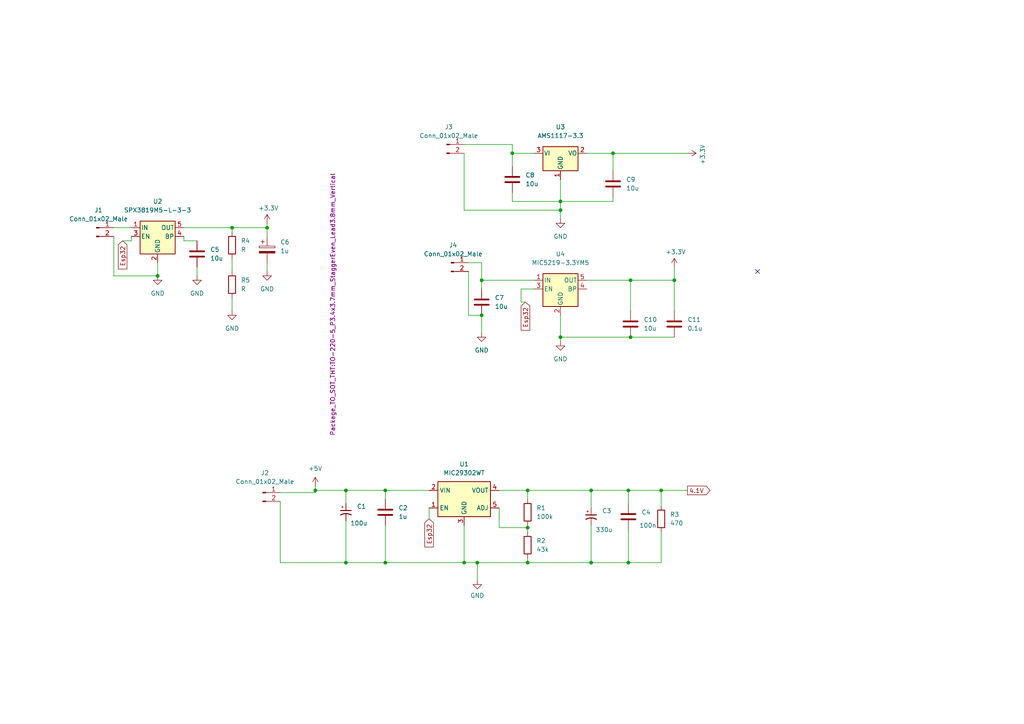
<source format=kicad_sch>
(kicad_sch (version 20211123) (generator eeschema)
  (paper "A4")
  (lib_symbols
    (symbol "Conn_01x02_Male_1" (pin_names (offset 1.016) hide)
      (property "Reference" "J" (at 0 2.54 0))
      (property "Value" "Conn_01x02_Male_1" (at 0 -5.08 0))
      (symbol "Conn_01x02_Male_1_1_1"
        (polyline (pts (xy 1.27 -2.54) (xy 0.8636 -2.54)) (stroke (width 0.1524)))
        (polyline (pts (xy 1.27 0) (xy 0.8636 0)) (stroke (width 0.1524)))
        (rectangle (start 0.8636 -2.413) (end 0 -2.667) (stroke (width 0.1524)) (fill (type outline)))
        (rectangle (start 0.8636 0.127) (end 0 -0.127) (stroke (width 0.1524)) (fill (type outline)))
        (pin passive line (at 5.08 0 180) (length 3.81) (name "Pin_1") (number "1"))
        (pin passive line (at 5.08 -2.54 180) (length 3.81) (name "Pin_2") (number "2"))
      )
    )
    (symbol "Connector:Conn_01x02_Male" (pin_names (offset 1.016) hide)
      (property "Reference" "J?" (at 0.635 5.715 0))
      (property "Value" "Conn_01x02_Male" (at 0.635 3.175 0))
      (symbol "Conn_01x02_Male_1_1"
        (polyline (pts (xy 1.27 -2.54) (xy 0.8636 -2.54)) (stroke (width 0.1524)))
        (polyline (pts (xy 1.27 0) (xy 0.8636 0)) (stroke (width 0.1524)))
        (rectangle (start 0.8636 -2.413) (end 0 -2.667) (stroke (width 0.1524)) (fill (type outline)))
        (rectangle (start 0.8636 0.127) (end 0 -0.127) (stroke (width 0.1524)) (fill (type outline)))
        (pin power_in line (at 5.08 0 180) (length 3.81) (name "Pin_1") (number "1"))
        (pin passive line (at 5.08 -2.54 180) (length 3.81) (name "Pin_2") (number "2"))
      )
    )
    (symbol "Device:C" (pin_numbers hide) (pin_names (offset 0.254))
      (property "Reference" "C" (at 0.635 2.54 0))
      (property "Value" "C" (at 0.635 -2.54 0))
      (symbol "C_0_1"
        (polyline (pts (xy -2.032 -0.762) (xy 2.032 -0.762)) (stroke (width 0.508)))
        (polyline (pts (xy -2.032 0.762) (xy 2.032 0.762)) (stroke (width 0.508)))
      )
      (symbol "C_1_1"
        (pin passive line (at 0 3.81 270) (length 2.794) (name "~") (number "1"))
        (pin passive line (at 0 -3.81 90) (length 2.794) (name "~") (number "2"))
      )
    )
    (symbol "Device:C_Polarized" (pin_numbers hide) (pin_names (offset 0.254))
      (property "Reference" "C" (at 0.635 2.54 0))
      (property "Value" "C_Polarized" (at 0.635 -2.54 0))
      (symbol "C_Polarized_0_1"
        (rectangle (start -2.286 0.508) (end 2.286 1.016))
        (polyline (pts (xy -1.778 2.286) (xy -0.762 2.286)))
        (polyline (pts (xy -1.27 2.794) (xy -1.27 1.778)))
        (rectangle (start 2.286 -0.508) (end -2.286 -1.016) (fill (type outline)))
      )
      (symbol "C_Polarized_1_1"
        (pin passive line (at 0 3.81 270) (length 2.794) (name "~") (number "1"))
        (pin passive line (at 0 -3.81 90) (length 2.794) (name "~") (number "2"))
      )
    )
    (symbol "Device:C_Polarized_Small_US" (pin_numbers hide) (pin_names (offset 0.254) hide)
      (property "Reference" "C" (at 0.254 1.778 0))
      (property "Value" "C_Polarized_Small_US" (at 0.254 -2.032 0))
      (symbol "C_Polarized_Small_US_0_1"
        (polyline (pts (xy -1.524 0.508) (xy 1.524 0.508)) (stroke (width 0.3048)))
        (polyline (pts (xy -1.27 1.524) (xy -0.762 1.524)))
        (polyline (pts (xy -1.016 1.27) (xy -1.016 1.778)))
        (arc (start 1.524 -0.762) (mid 0 -0.3734) (end -1.524 -0.762) (stroke (width 0.3048)))
      )
      (symbol "C_Polarized_Small_US_1_1"
        (pin passive line (at 0 2.54 270) (length 2.032) (name "~") (number "1"))
        (pin passive line (at 0 -2.54 90) (length 2.032) (name "~") (number "2"))
      )
    )
    (symbol "Device:R" (pin_numbers hide) (pin_names (offset 0))
      (property "Reference" "R" (at 2.032 0 90))
      (property "Value" "R" (at 0 0 90))
      (symbol "R_0_1"
        (rectangle (start -1.016 -2.54) (end 1.016 2.54) (stroke (width 0.254)))
      )
      (symbol "R_1_1"
        (pin passive line (at 0 3.81 270) (length 1.27) (name "~") (number "1"))
        (pin passive line (at 0 -3.81 90) (length 1.27) (name "~") (number "2"))
      )
    )
    (symbol "Regulator_Linear:AMS1117-3.3" (pin_names (offset 0.254))
      (property "Reference" "U" (at -3.81 3.175 0))
      (property "Value" "AMS1117-3.3" (at 0 3.175 0))
      (symbol "AMS1117-3.3_0_1"
        (rectangle (start -5.08 -5.08) (end 5.08 1.905) (stroke (width 0.254)) (fill (type background)))
      )
      (symbol "AMS1117-3.3_1_1"
        (pin power_in line (at 0 -7.62 90) (length 2.54) (name "GND") (number "1"))
        (pin power_out line (at 7.62 0 180) (length 2.54) (name "VO") (number "2"))
        (pin power_in line (at -7.62 0 0) (length 2.54) (name "VI") (number "3"))
      )
    )
    (symbol "Regulator_Linear:MIC29302WT"
      (property "Reference" "U" (at -6.35 6.35 0))
      (property "Value" "MIC29302WT" (at 2.54 6.35 0))
      (symbol "MIC29302WT_1_1"
        (rectangle (start -7.62 5.08) (end 7.62 -5.08) (stroke (width 0.254)) (fill (type background)))
        (pin input line (at -10.16 -2.54 0) (length 2.54) (name "EN") (number "1"))
        (pin power_in line (at -10.16 2.54 0) (length 2.54) (name "VIN") (number "2"))
        (pin power_in line (at 0 -7.62 90) (length 2.54) (name "GND") (number "3"))
        (pin power_out line (at 10.16 2.54 180) (length 2.54) (name "VOUT") (number "4"))
        (pin input line (at 10.16 -2.54 180) (length 2.54) (name "ADJ") (number "5"))
      )
    )
    (symbol "Regulator_Linear:MIC5219-3.3YM5" (pin_names (offset 0.254))
      (property "Reference" "U" (at -3.81 5.715 0))
      (property "Value" "MIC5219-3.3YM5" (at 0 5.715 0))
      (symbol "MIC5219-3.3YM5_0_1"
        (rectangle (start -5.08 4.445) (end 5.08 -5.08) (stroke (width 0.254)) (fill (type background)))
      )
      (symbol "MIC5219-3.3YM5_1_1"
        (pin power_in line (at -7.62 2.54 0) (length 2.54) (name "IN") (number "1"))
        (pin power_in line (at 0 -7.62 90) (length 2.54) (name "GND") (number "2"))
        (pin input line (at -7.62 0 0) (length 2.54) (name "EN") (number "3"))
        (pin input line (at 7.62 0 180) (length 2.54) (name "BP") (number "4"))
        (pin power_out line (at 7.62 2.54 180) (length 2.54) (name "OUT") (number "5"))
      )
    )
    (symbol "Regulator_Linear:SPX3819M5-L-3-3" (pin_names (offset 0.254))
      (property "Reference" "U" (at -3.81 5.715 0))
      (property "Value" "SPX3819M5-L-3-3" (at 0 5.715 0))
      (symbol "SPX3819M5-L-3-3_0_1"
        (rectangle (start -5.08 4.445) (end 5.08 -5.08) (stroke (width 0.254)) (fill (type background)))
      )
      (symbol "SPX3819M5-L-3-3_1_1"
        (pin power_in line (at -7.62 2.54 0) (length 2.54) (name "IN") (number "1"))
        (pin power_in line (at 0 -7.62 90) (length 2.54) (name "GND") (number "2"))
        (pin input line (at -7.62 0 0) (length 2.54) (name "EN") (number "3"))
        (pin input line (at 7.62 0 180) (length 2.54) (name "BP") (number "4"))
        (pin power_out line (at 7.62 2.54 180) (length 2.54) (name "OUT") (number "5"))
      )
    )
    (symbol "power:+3.3V" (power) (pin_names (offset 0))
      (property "Value" "+3.3V" (at 0 3.556 0))
      (symbol "+3.3V_0_1"
        (polyline (pts (xy -0.762 1.27) (xy 0 2.54)))
        (polyline (pts (xy 0 0) (xy 0 2.54)))
        (polyline (pts (xy 0 2.54) (xy 0.762 1.27)))
      )
      (symbol "+3.3V_1_1"
        (pin power_in line (at 0 0 90) (length 0) hide (name "+3.3V") (number "1"))
      )
    )
    (symbol "power:+5V" (power) (pin_names (offset 0))
      (property "Value" "+5V" (at 0 3.556 0))
      (symbol "+5V_0_1"
        (polyline (pts (xy -0.762 1.27) (xy 0 2.54)))
        (polyline (pts (xy 0 0) (xy 0 2.54)))
        (polyline (pts (xy 0 2.54) (xy 0.762 1.27)))
      )
      (symbol "+5V_1_1"
        (pin power_in line (at 0 0 90) (length 0) hide (name "+5V") (number "1"))
      )
    )
    (symbol "power:GND" (power) (pin_names (offset 0))
      (property "Value" "GND" (at 0 -3.81 0))
      (symbol "GND_0_1"
        (polyline (pts (xy 0 0) (xy 0 -1.27) (xy 1.27 -1.27) (xy 0 -2.54) (xy -1.27 -1.27) (xy 0 -1.27)))
      )
      (symbol "GND_1_1"
        (pin power_in line (at 0 0 270) (length 0) hide (name "GND") (number "1"))
      )
    )
  )
  (junction (at 153.035 142.24))
  (junction (at 195.58 81.28))
  (junction (at 138.43 163.195))
  (junction (at 139.7 91.44))
  (junction (at 91.44 142.24))
  (junction (at 191.77 142.24))
  (junction (at 111.76 142.24))
  (junction (at 153.035 153.035))
  (junction (at 182.88 97.79))
  (junction (at 182.245 142.24))
  (junction (at 177.8 44.45))
  (junction (at 171.45 142.24))
  (junction (at 162.56 97.79))
  (junction (at 111.76 163.195))
  (junction (at 100.33 163.195))
  (junction (at 77.47 66.04))
  (junction (at 148.59 44.45))
  (junction (at 182.88 81.28))
  (junction (at 171.45 163.195))
  (junction (at 67.31 66.04))
  (junction (at 162.56 58.42))
  (junction (at 134.62 163.195))
  (junction (at 45.72 80.01))
  (junction (at 139.7 81.28))
  (junction (at 182.245 163.195))
  (junction (at 153.035 163.195))
  (junction (at 100.33 142.24))
  (junction (at 162.56 60.96))
  (no_connect (at 219.71 78.74))
  (wire (pts (xy 195.58 90.17) (xy 195.58 81.28)))
  (wire (pts (xy 138.43 163.195) (xy 138.43 168.275)))
  (wire (pts (xy 154.94 83.82) (xy 151.13 83.82)))
  (wire (pts (xy 162.56 60.96) (xy 162.56 63.5)))
  (wire (pts (xy 67.31 86.36) (xy 67.31 90.17)))
  (wire (pts (xy 134.62 44.45) (xy 134.62 60.96)))
  (wire (pts (xy 182.245 142.24) (xy 191.77 142.24)))
  (wire (pts (xy 139.7 81.28) (xy 139.7 83.82)))
  (wire (pts (xy 171.45 142.24) (xy 182.245 142.24)))
  (wire (pts (xy 100.33 142.24) (xy 100.33 146.05)))
  (wire (pts (xy 153.035 163.195) (xy 171.45 163.195)))
  (wire (pts (xy 111.76 152.4) (xy 111.76 163.195)))
  (wire (pts (xy 182.88 97.79) (xy 195.58 97.79)))
  (wire (pts (xy 91.44 140.97) (xy 91.44 142.24)))
  (wire (pts (xy 148.59 48.26) (xy 148.59 44.45)))
  (wire (pts (xy 177.8 49.53) (xy 177.8 44.45)))
  (wire (pts (xy 135.89 76.2) (xy 139.7 76.2)))
  (wire (pts (xy 135.89 91.44) (xy 139.7 91.44)))
  (wire (pts (xy 153.035 161.925) (xy 153.035 163.195)))
  (wire (pts (xy 77.47 66.04) (xy 77.47 68.58)))
  (wire (pts (xy 111.76 142.24) (xy 111.76 144.78)))
  (wire (pts (xy 57.15 69.85) (xy 53.34 69.85)))
  (wire (pts (xy 153.035 152.4) (xy 153.035 153.035)))
  (wire (pts (xy 35.56 69.85) (xy 38.1 69.85)))
  (wire (pts (xy 162.56 58.42) (xy 177.8 58.42)))
  (wire (pts (xy 191.77 142.24) (xy 191.77 146.685)))
  (wire (pts (xy 134.62 152.4) (xy 134.62 163.195)))
  (wire (pts (xy 124.46 142.24) (xy 111.76 142.24)))
  (wire (pts (xy 153.035 142.24) (xy 171.45 142.24)))
  (wire (pts (xy 153.035 153.035) (xy 153.035 154.305)))
  (wire (pts (xy 182.245 163.195) (xy 191.77 163.195)))
  (wire (pts (xy 151.13 87.63) (xy 152.4 87.63)))
  (wire (pts (xy 134.62 163.195) (xy 138.43 163.195)))
  (wire (pts (xy 57.15 77.47) (xy 57.15 80.01)))
  (wire (pts (xy 139.7 76.2) (xy 139.7 81.28)))
  (wire (pts (xy 162.56 58.42) (xy 148.59 58.42)))
  (wire (pts (xy 153.035 142.24) (xy 153.035 144.78)))
  (wire (pts (xy 134.62 41.91) (xy 148.59 41.91)))
  (wire (pts (xy 81.28 142.875) (xy 91.44 142.875)))
  (wire (pts (xy 191.77 142.24) (xy 199.39 142.24)))
  (wire (pts (xy 151.13 83.82) (xy 151.13 87.63)))
  (wire (pts (xy 134.62 60.96) (xy 162.56 60.96)))
  (wire (pts (xy 53.34 66.04) (xy 67.31 66.04)))
  (wire (pts (xy 162.56 97.79) (xy 162.56 99.06)))
  (wire (pts (xy 45.72 76.2) (xy 45.72 80.01)))
  (wire (pts (xy 182.245 153.67) (xy 182.245 163.195)))
  (wire (pts (xy 100.33 151.13) (xy 100.33 163.195)))
  (wire (pts (xy 162.56 91.44) (xy 162.56 97.79)))
  (wire (pts (xy 182.88 90.17) (xy 182.88 81.28)))
  (wire (pts (xy 138.43 163.195) (xy 153.035 163.195)))
  (wire (pts (xy 162.56 97.79) (xy 182.88 97.79)))
  (wire (pts (xy 100.33 163.195) (xy 111.76 163.195)))
  (wire (pts (xy 191.77 154.305) (xy 191.77 163.195)))
  (wire (pts (xy 139.7 91.44) (xy 139.7 96.52)))
  (wire (pts (xy 171.45 163.195) (xy 182.245 163.195)))
  (wire (pts (xy 148.59 44.45) (xy 154.94 44.45)))
  (wire (pts (xy 195.58 81.28) (xy 182.88 81.28)))
  (wire (pts (xy 148.59 58.42) (xy 148.59 55.88)))
  (wire (pts (xy 144.78 153.035) (xy 144.78 147.32)))
  (wire (pts (xy 77.47 76.2) (xy 77.47 78.74)))
  (wire (pts (xy 171.45 152.4) (xy 171.45 163.195)))
  (wire (pts (xy 144.78 142.24) (xy 153.035 142.24)))
  (wire (pts (xy 162.56 60.96) (xy 162.56 58.42)))
  (wire (pts (xy 177.8 44.45) (xy 170.18 44.45)))
  (wire (pts (xy 153.035 153.035) (xy 144.78 153.035)))
  (wire (pts (xy 33.02 80.01) (xy 45.72 80.01)))
  (wire (pts (xy 91.44 142.875) (xy 91.44 142.24)))
  (wire (pts (xy 177.8 57.15) (xy 177.8 58.42)))
  (wire (pts (xy 77.47 64.77) (xy 77.47 66.04)))
  (wire (pts (xy 33.02 66.04) (xy 38.1 66.04)))
  (wire (pts (xy 182.88 81.28) (xy 170.18 81.28)))
  (wire (pts (xy 67.31 66.04) (xy 67.31 67.31)))
  (wire (pts (xy 100.33 142.24) (xy 91.44 142.24)))
  (wire (pts (xy 77.47 66.04) (xy 67.31 66.04)))
  (wire (pts (xy 139.7 81.28) (xy 154.94 81.28)))
  (wire (pts (xy 195.58 77.47) (xy 195.58 81.28)))
  (wire (pts (xy 124.46 150.495) (xy 124.46 147.32)))
  (wire (pts (xy 67.31 74.93) (xy 67.31 78.74)))
  (wire (pts (xy 81.28 163.195) (xy 100.33 163.195)))
  (wire (pts (xy 33.02 68.58) (xy 33.02 80.01)))
  (wire (pts (xy 111.76 142.24) (xy 100.33 142.24)))
  (wire (pts (xy 148.59 41.91) (xy 148.59 44.45)))
  (wire (pts (xy 177.8 44.45) (xy 199.39 44.45)))
  (wire (pts (xy 171.45 142.24) (xy 171.45 147.32)))
  (wire (pts (xy 111.76 163.195) (xy 134.62 163.195)))
  (wire (pts (xy 53.34 69.85) (xy 53.34 68.58)))
  (wire (pts (xy 81.28 145.415) (xy 81.28 163.195)))
  (wire (pts (xy 162.56 52.07) (xy 162.56 58.42)))
  (wire (pts (xy 135.89 78.74) (xy 135.89 91.44)))
  (wire (pts (xy 38.1 69.85) (xy 38.1 68.58)))
  (wire (pts (xy 182.245 142.24) (xy 182.245 146.05)))
  (global_label "Esp32" (shape input) (at 35.56 69.85 270) (property "Intersheet References" "${INTERSHEET_REFS}" (effects hide)))
  (global_label "4.1V" (shape output) (at 199.39 142.24 0) (property "Intersheet References" "${INTERSHEET_REFS}" (effects hide)))
  (global_label "Esp32" (shape input) (at 152.4 87.63 270) (property "Intersheet References" "${INTERSHEET_REFS}" (effects hide)))
  (global_label "Esp32" (shape input) (at 124.46 150.495 270) (property "Intersheet References" "${INTERSHEET_REFS}" (effects hide)))
  (symbol (lib_id "power:GND") (at 138.43 168.275 0) (unit 1)
    (property "Reference" "#PWR02" (effects hide))
    (property "Value" "GND" (at 138.43 172.72 0))
  )
  (symbol (lib_name "Conn_01x02_Male_1") (lib_id "Connector:Conn_01x02_Male") (at 129.54 41.91 0) (unit 1)
    (property "Reference" "J3" (at 130.175 36.83 0))
    (property "Value" "Conn_01x02_Male" (at 130.175 39.37 0))
  )
  (symbol (lib_id "power:GND") (at 162.56 63.5 0) (unit 1)
    (property "Reference" "#PWR09" (effects hide))
    (property "Value" "GND" (at 162.56 68.58 0))
  )
  (symbol (lib_id "Device:C") (at 139.7 87.63 0) (unit 1)
    (property "Reference" "C7" (at 143.51 86.3599 0) (effects (justify left)))
    (property "Value" "10u" (at 143.51 88.8999 0) (effects (justify left)))
  )
  (symbol (lib_id "power:GND") (at 67.31 90.17 0) (unit 1)
    (property "Reference" "#PWR05" (effects hide))
    (property "Value" "GND" (at 67.31 95.25 0))
  )
  (symbol (lib_name "Conn_01x02_Male_1") (lib_id "Connector:Conn_01x02_Male") (at 27.94 66.04 0) (unit 1)
    (property "Reference" "J1" (at 28.575 60.96 0))
    (property "Value" "Conn_01x02_Male" (at 28.575 63.5 0))
  )
  (symbol (lib_id "Regulator_Linear:MIC29302WT") (at 134.62 144.78 0) (unit 1)
    (property "Reference" "U1" (at 134.62 134.62 0))
    (property "Value" "MIC29302WT" (at 134.62 137.16 0))
    (property "Footprint" "Package_TO_SOT_THT:TO-220-5_P3.4x3.7mm_StaggerEven_Lead3.8mm_Vertical" (at 96.52 126.365 90) (effects (justify left)))
    (property "Datasheet" "http://ww1.microchip.com/downloads/en/devicedoc/20005685a.pdf" (effects hide))
  )
  (symbol (lib_id "power:GND") (at 139.7 96.52 0) (unit 1)
    (property "Reference" "#PWR08" (effects hide))
    (property "Value" "GND" (at 139.7 101.6 0))
  )
  (symbol (lib_id "power:GND") (at 57.15 80.01 0) (unit 1)
    (property "Reference" "#PWR04" (effects hide))
    (property "Value" "GND" (at 57.15 85.09 0))
  )
  (symbol (lib_name "Conn_01x02_Male_1") (lib_id "Connector:Conn_01x02_Male") (at 130.81 76.2 0) (unit 1)
    (property "Reference" "J4" (at 131.445 71.12 0))
    (property "Value" "Conn_01x02_Male" (at 131.445 73.66 0))
  )
  (symbol (lib_id "power:+3.3V") (at 199.39 44.45 270) (unit 1)
    (property "Reference" "#PWR012" (effects hide))
    (property "Value" "+3.3V" (at 203.7842 44.831 0))
  )
  (symbol (lib_id "Device:C") (at 177.8 53.34 0) (unit 1)
    (property "Reference" "C9" (at 181.61 52.0699 0) (effects (justify left)))
    (property "Value" "10u" (at 181.61 54.6099 0) (effects (justify left)))
  )
  (symbol (lib_id "Device:C") (at 182.245 149.86 0) (unit 1)
    (property "Reference" "C4" (at 186.055 148.5899 0) (effects (justify left)))
    (property "Value" "100n" (at 185.42 152.4 0) (effects (justify left)))
  )
  (symbol (lib_id "power:GND") (at 162.56 99.06 0) (unit 1)
    (property "Reference" "#PWR010" (effects hide))
    (property "Value" "GND" (at 162.56 104.14 0))
  )
  (symbol (lib_id "Device:C") (at 195.58 93.98 0) (unit 1)
    (property "Reference" "C11" (at 199.39 92.7099 0) (effects (justify left)))
    (property "Value" "0.1u" (at 199.39 95.2499 0) (effects (justify left)))
  )
  (symbol (lib_id "Device:C") (at 111.76 148.59 0) (unit 1)
    (property "Reference" "C2" (at 115.57 147.3199 0) (effects (justify left)))
    (property "Value" "1u" (at 115.57 149.8599 0) (effects (justify left)))
    (property "Footprint" "Capacitor_SMD:C_0603_1608Metric_Pad1.08x0.95mm_HandSolder" (effects hide))
  )
  (symbol (lib_id "Device:R") (at 153.035 148.59 0) (unit 1)
    (property "Reference" "R1" (at 155.575 147.3199 0) (effects (justify left)))
    (property "Value" "100k" (at 155.575 149.8599 0) (effects (justify left)))
  )
  (symbol (lib_id "Device:R") (at 191.77 150.495 0) (unit 1)
    (property "Reference" "R3" (at 194.31 149.2249 0) (effects (justify left)))
    (property "Value" "470" (at 194.31 151.7649 0) (effects (justify left)))
  )
  (symbol (lib_id "Device:R") (at 67.31 71.12 0) (unit 1)
    (property "Reference" "R4" (at 69.85 69.8499 0) (effects (justify left)))
    (property "Value" "R" (at 69.85 72.3899 0) (effects (justify left)))
  )
  (symbol (lib_id "power:GND") (at 77.47 78.74 0) (unit 1)
    (property "Reference" "#PWR07" (effects hide))
    (property "Value" "GND" (at 77.47 83.82 0))
  )
  (symbol (lib_id "power:+3.3V") (at 77.47 64.77 0) (unit 1)
    (property "Reference" "#PWR06" (effects hide))
    (property "Value" "+3.3V" (at 77.851 60.3758 0))
  )
  (symbol (lib_id "Device:R") (at 67.31 82.55 0) (unit 1)
    (property "Reference" "R5" (at 69.85 81.2799 0) (effects (justify left)))
    (property "Value" "R" (at 69.85 83.8199 0) (effects (justify left)))
  )
  (symbol (lib_id "power:GND") (at 45.72 80.01 0) (unit 1)
    (property "Reference" "#PWR03" (effects hide))
    (property "Value" "GND" (at 45.72 85.09 0))
  )
  (symbol (lib_id "Device:C") (at 148.59 52.07 0) (unit 1)
    (property "Reference" "C8" (at 152.4 50.7999 0) (effects (justify left)))
    (property "Value" "10u" (at 152.4 53.3399 0) (effects (justify left)))
  )
  (symbol (lib_id "Device:R") (at 153.035 158.115 0) (unit 1)
    (property "Reference" "R2" (at 155.575 156.8449 0) (effects (justify left)))
    (property "Value" "43k" (at 155.575 159.3849 0) (effects (justify left)))
  )
  (symbol (lib_id "Device:C_Polarized_Small_US") (at 171.45 149.86 0) (unit 1)
    (property "Reference" "C3" (at 174.625 148.1581 0) (effects (justify left)))
    (property "Value" "330u" (at 172.72 153.67 0) (effects (justify left)))
  )
  (symbol (lib_id "Regulator_Linear:SPX3819M5-L-3-3") (at 45.72 68.58 0) (unit 1)
    (property "Reference" "U2" (at 45.72 58.42 0))
    (property "Value" "SPX3819M5-L-3-3" (at 45.72 60.96 0))
    (property "Footprint" "Package_TO_SOT_SMD:SOT-23-5" (effects hide))
    (property "Datasheet" "https://www.exar.com/content/document.ashx?id=22106&languageid=1033&type=Datasheet&partnumber=SPX3819&filename=SPX3819.pdf&part=SPX3819" (effects hide))
  )
  (symbol (lib_id "Regulator_Linear:AMS1117-3.3") (at 162.56 44.45 0) (unit 1)
    (property "Reference" "U3" (at 162.56 36.83 0))
    (property "Value" "AMS1117-3.3" (at 162.56 39.37 0))
    (property "Footprint" "Package_TO_SOT_SMD:SOT-223-3_TabPin2" (effects hide))
    (property "Datasheet" "http://www.advanced-monolithic.com/pdf/ds1117.pdf" (effects hide))
  )
  (symbol (lib_id "Device:C") (at 57.15 73.66 0) (unit 1)
    (property "Reference" "C5" (at 60.96 72.3899 0) (effects (justify left)))
    (property "Value" "10u" (at 60.96 74.9299 0) (effects (justify left)))
  )
  (symbol (lib_id "Regulator_Linear:MIC5219-3.3YM5") (at 162.56 83.82 0) (unit 1)
    (property "Reference" "U4" (at 162.56 73.66 0))
    (property "Value" "MIC5219-3.3YM5" (at 162.56 76.2 0))
    (property "Footprint" "Package_TO_SOT_SMD:SOT-23-5" (effects hide))
    (property "Datasheet" "http://ww1.microchip.com/downloads/en/DeviceDoc/MIC5219-500mA-Peak-Output-LDO-Regulator-DS20006021A.pdf" (effects hide))
  )
  (symbol (lib_id "Device:C_Polarized_Small_US") (at 100.33 148.59 0) (unit 1)
    (property "Reference" "C1" (at 103.505 146.8881 0) (effects (justify left)))
    (property "Value" "100u" (at 101.6 151.765 0) (effects (justify left)))
  )
  (symbol (lib_id "Connector:Conn_01x02_Male") (at 76.2 142.875 0) (unit 1)
    (property "Reference" "J2" (at 76.835 137.16 0))
    (property "Value" "Conn_01x02_Male" (at 76.835 139.7 0))
  )
  (symbol (lib_id "Device:C") (at 182.88 93.98 0) (unit 1)
    (property "Reference" "C10" (at 186.69 92.7099 0) (effects (justify left)))
    (property "Value" "10u" (at 186.69 95.2499 0) (effects (justify left)))
  )
  (symbol (lib_id "Device:C_Polarized") (at 77.47 72.39 0) (unit 1)
    (property "Reference" "C6" (at 81.28 70.2309 0) (effects (justify left)))
    (property "Value" "1u" (at 81.28 72.7709 0) (effects (justify left)))
  )
  (symbol (lib_id "power:+3.3V") (at 195.58 77.47 0) (unit 1)
    (property "Reference" "#PWR011" (effects hide))
    (property "Value" "+3.3V" (at 195.961 73.0758 0))
  )
  (symbol (lib_id "power:+5V") (at 91.44 140.97 0) (unit 1)
    (property "Reference" "#PWR01" (effects hide))
    (property "Value" "+5V" (at 91.44 135.89 0))
  )
)
</source>
